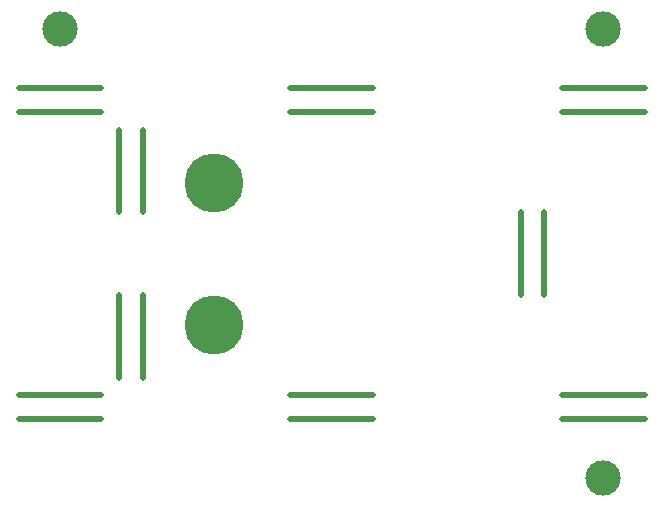
<source format=gts>
%FSTAX24Y24*%
%MOMM*%
%ADD10C,5*%
%ADD11C,0.5*%
%ADD12C,3*%
%LPD*%
D10*
X18Y18D03*
Y3D03*
D11*
X1Y135D02*
G01*
Y205D01*
X12Y135D02*
Y205D01*
X1Y275D02*
Y345D01*
X12Y275D02*
Y345D01*
X44Y205D02*
Y275D01*
X46Y205D02*
Y275D01*
X015Y1D02*
X085D01*
X015Y12D02*
X085D01*
X245Y1D02*
X315D01*
X245Y12D02*
X315D01*
X475Y1D02*
X545D01*
X475Y12D02*
X545D01*
X015Y36D02*
X085D01*
X015Y38D02*
X085D01*
X245Y36D02*
X315D01*
X245Y38D02*
X315D01*
X475Y36D02*
X545D01*
X475Y38D02*
X545D01*
D12*
X05Y43D03*
X51Y05D03*
Y43D03*
M02*

</source>
